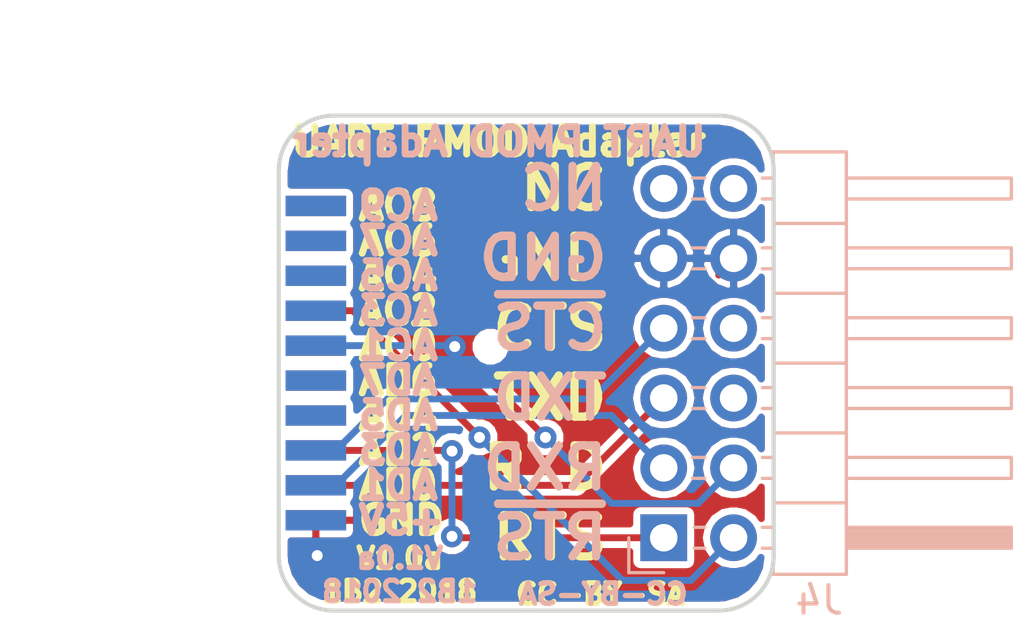
<source format=kicad_pcb>
(kicad_pcb (version 20171130) (host pcbnew 5.0.0-rc2-dev-unknown-c6ef0d5~62~ubuntu16.04.1)

  (general
    (thickness 0.8)
    (drawings 48)
    (tracks 36)
    (zones 0)
    (modules 2)
    (nets 25)
  )

  (page A4)
  (title_block
    (title "ftdi uart pmod adapter")
    (rev V1.0a)
    (company 1BitSquared)
    (comment 1 "2018 (C) 1BitSquared <info@1bitsquared.com>")
    (comment 2 "2018 (C) Piotr Esden-Tempski <piotr@esden.net>")
    (comment 3 "License: CC-BY-SA 4.0")
  )

  (layers
    (0 F.Cu signal)
    (31 B.Cu signal)
    (33 F.Adhes user)
    (34 B.Paste user)
    (35 F.Paste user)
    (36 B.SilkS user)
    (37 F.SilkS user)
    (38 B.Mask user)
    (39 F.Mask user)
    (40 Dwgs.User user)
    (44 Edge.Cuts user)
    (46 B.CrtYd user)
    (47 F.CrtYd user)
    (48 B.Fab user)
    (49 F.Fab user)
  )

  (setup
    (last_trace_width 0.25)
    (trace_clearance 0.2)
    (zone_clearance 0.25)
    (zone_45_only yes)
    (trace_min 0.2)
    (segment_width 0.15)
    (edge_width 0.15)
    (via_size 0.8)
    (via_drill 0.4)
    (via_min_size 0.4)
    (via_min_drill 0.3)
    (uvia_size 0.3)
    (uvia_drill 0.1)
    (uvias_allowed no)
    (uvia_min_size 0.2)
    (uvia_min_drill 0.1)
    (pcb_text_width 0.3)
    (pcb_text_size 1.5 1.5)
    (mod_edge_width 0.15)
    (mod_text_size 1 1)
    (mod_text_width 0.15)
    (pad_size 1.524 1.524)
    (pad_drill 0.762)
    (pad_to_mask_clearance 0.05)
    (aux_axis_origin 0 0)
    (grid_origin 44 44)
    (visible_elements FFFFFF7F)
    (pcbplotparams
      (layerselection 0x010fc_ffffffff)
      (usegerberextensions true)
      (usegerberattributes false)
      (usegerberadvancedattributes false)
      (creategerberjobfile false)
      (excludeedgelayer true)
      (linewidth 0.300000)
      (plotframeref false)
      (viasonmask false)
      (mode 1)
      (useauxorigin false)
      (hpglpennumber 1)
      (hpglpenspeed 20)
      (hpglpendiameter 15)
      (psnegative false)
      (psa4output false)
      (plotreference true)
      (plotvalue true)
      (plotinvisibletext false)
      (padsonsilk false)
      (subtractmaskfromsilk true)
      (outputformat 1)
      (mirror false)
      (drillshape 0)
      (scaleselection 1)
      (outputdirectory gerber))
  )

  (net 0 "")
  (net 1 GND)
  (net 2 +5V)
  (net 3 /RXD)
  (net 4 /~CTS)
  (net 5 /~DSR)
  (net 6 /~RI)
  (net 7 /TXD)
  (net 8 /~RTS)
  (net 9 /~DTR)
  (net 10 /~DCD)
  (net 11 /TXDEN)
  (net 12 /ACBUS2)
  (net 13 /~TXLED)
  (net 14 /ACBUS6)
  (net 15 /ACBUS8)
  (net 16 /ACBUS1)
  (net 17 /~RXLED)
  (net 18 /ACBUS5)
  (net 19 /ACBUS9)
  (net 20 /~PWRSAV)
  (net 21 "Net-(J4-Pad6)")
  (net 22 "Net-(J4-Pad8)")
  (net 23 "Net-(J4-Pad11)")
  (net 24 "Net-(J4-Pad12)")

  (net_class Default "This is the default net class."
    (clearance 0.2)
    (trace_width 0.25)
    (via_dia 0.8)
    (via_drill 0.4)
    (uvia_dia 0.3)
    (uvia_drill 0.1)
    (add_net +5V)
    (add_net /ACBUS1)
    (add_net /ACBUS2)
    (add_net /ACBUS5)
    (add_net /ACBUS6)
    (add_net /ACBUS8)
    (add_net /ACBUS9)
    (add_net /RXD)
    (add_net /TXD)
    (add_net /TXDEN)
    (add_net /~CTS)
    (add_net /~DCD)
    (add_net /~DSR)
    (add_net /~DTR)
    (add_net /~PWRSAV)
    (add_net /~RI)
    (add_net /~RTS)
    (add_net /~RXLED)
    (add_net /~TXLED)
    (add_net GND)
    (add_net "Net-(J4-Pad11)")
    (add_net "Net-(J4-Pad12)")
    (add_net "Net-(J4-Pad6)")
    (add_net "Net-(J4-Pad8)")
  )

  (module Connector_PinHeader_2.54mm:PinHeader_2x06_P2.54mm_Horizontal (layer B.Cu) (tedit 59FED5CB) (tstamp 5AADBDDF)
    (at 44 50.35)
    (descr "Through hole angled pin header, 2x06, 2.54mm pitch, 6mm pin length, double rows")
    (tags "Through hole angled pin header THT 2x06 2.54mm double row")
    (path /5AB98614)
    (fp_text reference J4 (at 5.655 2.27) (layer B.SilkS)
      (effects (font (size 1 1) (thickness 0.15)) (justify mirror))
    )
    (fp_text value PMOD (at 5.655 -14.97) (layer B.Fab)
      (effects (font (size 1 1) (thickness 0.15)) (justify mirror))
    )
    (fp_line (start 4.675 1.27) (end 6.58 1.27) (layer B.Fab) (width 0.1))
    (fp_line (start 6.58 1.27) (end 6.58 -13.97) (layer B.Fab) (width 0.1))
    (fp_line (start 6.58 -13.97) (end 4.04 -13.97) (layer B.Fab) (width 0.1))
    (fp_line (start 4.04 -13.97) (end 4.04 0.635) (layer B.Fab) (width 0.1))
    (fp_line (start 4.04 0.635) (end 4.675 1.27) (layer B.Fab) (width 0.1))
    (fp_line (start -0.32 0.32) (end 4.04 0.32) (layer B.Fab) (width 0.1))
    (fp_line (start -0.32 0.32) (end -0.32 -0.32) (layer B.Fab) (width 0.1))
    (fp_line (start -0.32 -0.32) (end 4.04 -0.32) (layer B.Fab) (width 0.1))
    (fp_line (start 6.58 0.32) (end 12.58 0.32) (layer B.Fab) (width 0.1))
    (fp_line (start 12.58 0.32) (end 12.58 -0.32) (layer B.Fab) (width 0.1))
    (fp_line (start 6.58 -0.32) (end 12.58 -0.32) (layer B.Fab) (width 0.1))
    (fp_line (start -0.32 -2.22) (end 4.04 -2.22) (layer B.Fab) (width 0.1))
    (fp_line (start -0.32 -2.22) (end -0.32 -2.86) (layer B.Fab) (width 0.1))
    (fp_line (start -0.32 -2.86) (end 4.04 -2.86) (layer B.Fab) (width 0.1))
    (fp_line (start 6.58 -2.22) (end 12.58 -2.22) (layer B.Fab) (width 0.1))
    (fp_line (start 12.58 -2.22) (end 12.58 -2.86) (layer B.Fab) (width 0.1))
    (fp_line (start 6.58 -2.86) (end 12.58 -2.86) (layer B.Fab) (width 0.1))
    (fp_line (start -0.32 -4.76) (end 4.04 -4.76) (layer B.Fab) (width 0.1))
    (fp_line (start -0.32 -4.76) (end -0.32 -5.4) (layer B.Fab) (width 0.1))
    (fp_line (start -0.32 -5.4) (end 4.04 -5.4) (layer B.Fab) (width 0.1))
    (fp_line (start 6.58 -4.76) (end 12.58 -4.76) (layer B.Fab) (width 0.1))
    (fp_line (start 12.58 -4.76) (end 12.58 -5.4) (layer B.Fab) (width 0.1))
    (fp_line (start 6.58 -5.4) (end 12.58 -5.4) (layer B.Fab) (width 0.1))
    (fp_line (start -0.32 -7.3) (end 4.04 -7.3) (layer B.Fab) (width 0.1))
    (fp_line (start -0.32 -7.3) (end -0.32 -7.94) (layer B.Fab) (width 0.1))
    (fp_line (start -0.32 -7.94) (end 4.04 -7.94) (layer B.Fab) (width 0.1))
    (fp_line (start 6.58 -7.3) (end 12.58 -7.3) (layer B.Fab) (width 0.1))
    (fp_line (start 12.58 -7.3) (end 12.58 -7.94) (layer B.Fab) (width 0.1))
    (fp_line (start 6.58 -7.94) (end 12.58 -7.94) (layer B.Fab) (width 0.1))
    (fp_line (start -0.32 -9.84) (end 4.04 -9.84) (layer B.Fab) (width 0.1))
    (fp_line (start -0.32 -9.84) (end -0.32 -10.48) (layer B.Fab) (width 0.1))
    (fp_line (start -0.32 -10.48) (end 4.04 -10.48) (layer B.Fab) (width 0.1))
    (fp_line (start 6.58 -9.84) (end 12.58 -9.84) (layer B.Fab) (width 0.1))
    (fp_line (start 12.58 -9.84) (end 12.58 -10.48) (layer B.Fab) (width 0.1))
    (fp_line (start 6.58 -10.48) (end 12.58 -10.48) (layer B.Fab) (width 0.1))
    (fp_line (start -0.32 -12.38) (end 4.04 -12.38) (layer B.Fab) (width 0.1))
    (fp_line (start -0.32 -12.38) (end -0.32 -13.02) (layer B.Fab) (width 0.1))
    (fp_line (start -0.32 -13.02) (end 4.04 -13.02) (layer B.Fab) (width 0.1))
    (fp_line (start 6.58 -12.38) (end 12.58 -12.38) (layer B.Fab) (width 0.1))
    (fp_line (start 12.58 -12.38) (end 12.58 -13.02) (layer B.Fab) (width 0.1))
    (fp_line (start 6.58 -13.02) (end 12.58 -13.02) (layer B.Fab) (width 0.1))
    (fp_line (start 3.98 1.33) (end 3.98 -14.03) (layer B.SilkS) (width 0.12))
    (fp_line (start 3.98 -14.03) (end 6.64 -14.03) (layer B.SilkS) (width 0.12))
    (fp_line (start 6.64 -14.03) (end 6.64 1.33) (layer B.SilkS) (width 0.12))
    (fp_line (start 6.64 1.33) (end 3.98 1.33) (layer B.SilkS) (width 0.12))
    (fp_line (start 6.64 0.38) (end 12.64 0.38) (layer B.SilkS) (width 0.12))
    (fp_line (start 12.64 0.38) (end 12.64 -0.38) (layer B.SilkS) (width 0.12))
    (fp_line (start 12.64 -0.38) (end 6.64 -0.38) (layer B.SilkS) (width 0.12))
    (fp_line (start 6.64 0.32) (end 12.64 0.32) (layer B.SilkS) (width 0.12))
    (fp_line (start 6.64 0.2) (end 12.64 0.2) (layer B.SilkS) (width 0.12))
    (fp_line (start 6.64 0.08) (end 12.64 0.08) (layer B.SilkS) (width 0.12))
    (fp_line (start 6.64 -0.04) (end 12.64 -0.04) (layer B.SilkS) (width 0.12))
    (fp_line (start 6.64 -0.16) (end 12.64 -0.16) (layer B.SilkS) (width 0.12))
    (fp_line (start 6.64 -0.28) (end 12.64 -0.28) (layer B.SilkS) (width 0.12))
    (fp_line (start 3.582929 0.38) (end 3.98 0.38) (layer B.SilkS) (width 0.12))
    (fp_line (start 3.582929 -0.38) (end 3.98 -0.38) (layer B.SilkS) (width 0.12))
    (fp_line (start 1.11 0.38) (end 1.497071 0.38) (layer B.SilkS) (width 0.12))
    (fp_line (start 1.11 -0.38) (end 1.497071 -0.38) (layer B.SilkS) (width 0.12))
    (fp_line (start 3.98 -1.27) (end 6.64 -1.27) (layer B.SilkS) (width 0.12))
    (fp_line (start 6.64 -2.16) (end 12.64 -2.16) (layer B.SilkS) (width 0.12))
    (fp_line (start 12.64 -2.16) (end 12.64 -2.92) (layer B.SilkS) (width 0.12))
    (fp_line (start 12.64 -2.92) (end 6.64 -2.92) (layer B.SilkS) (width 0.12))
    (fp_line (start 3.582929 -2.16) (end 3.98 -2.16) (layer B.SilkS) (width 0.12))
    (fp_line (start 3.582929 -2.92) (end 3.98 -2.92) (layer B.SilkS) (width 0.12))
    (fp_line (start 1.042929 -2.16) (end 1.497071 -2.16) (layer B.SilkS) (width 0.12))
    (fp_line (start 1.042929 -2.92) (end 1.497071 -2.92) (layer B.SilkS) (width 0.12))
    (fp_line (start 3.98 -3.81) (end 6.64 -3.81) (layer B.SilkS) (width 0.12))
    (fp_line (start 6.64 -4.7) (end 12.64 -4.7) (layer B.SilkS) (width 0.12))
    (fp_line (start 12.64 -4.7) (end 12.64 -5.46) (layer B.SilkS) (width 0.12))
    (fp_line (start 12.64 -5.46) (end 6.64 -5.46) (layer B.SilkS) (width 0.12))
    (fp_line (start 3.582929 -4.7) (end 3.98 -4.7) (layer B.SilkS) (width 0.12))
    (fp_line (start 3.582929 -5.46) (end 3.98 -5.46) (layer B.SilkS) (width 0.12))
    (fp_line (start 1.042929 -4.7) (end 1.497071 -4.7) (layer B.SilkS) (width 0.12))
    (fp_line (start 1.042929 -5.46) (end 1.497071 -5.46) (layer B.SilkS) (width 0.12))
    (fp_line (start 3.98 -6.35) (end 6.64 -6.35) (layer B.SilkS) (width 0.12))
    (fp_line (start 6.64 -7.24) (end 12.64 -7.24) (layer B.SilkS) (width 0.12))
    (fp_line (start 12.64 -7.24) (end 12.64 -8) (layer B.SilkS) (width 0.12))
    (fp_line (start 12.64 -8) (end 6.64 -8) (layer B.SilkS) (width 0.12))
    (fp_line (start 3.582929 -7.24) (end 3.98 -7.24) (layer B.SilkS) (width 0.12))
    (fp_line (start 3.582929 -8) (end 3.98 -8) (layer B.SilkS) (width 0.12))
    (fp_line (start 1.042929 -7.24) (end 1.497071 -7.24) (layer B.SilkS) (width 0.12))
    (fp_line (start 1.042929 -8) (end 1.497071 -8) (layer B.SilkS) (width 0.12))
    (fp_line (start 3.98 -8.89) (end 6.64 -8.89) (layer B.SilkS) (width 0.12))
    (fp_line (start 6.64 -9.78) (end 12.64 -9.78) (layer B.SilkS) (width 0.12))
    (fp_line (start 12.64 -9.78) (end 12.64 -10.54) (layer B.SilkS) (width 0.12))
    (fp_line (start 12.64 -10.54) (end 6.64 -10.54) (layer B.SilkS) (width 0.12))
    (fp_line (start 3.582929 -9.78) (end 3.98 -9.78) (layer B.SilkS) (width 0.12))
    (fp_line (start 3.582929 -10.54) (end 3.98 -10.54) (layer B.SilkS) (width 0.12))
    (fp_line (start 1.042929 -9.78) (end 1.497071 -9.78) (layer B.SilkS) (width 0.12))
    (fp_line (start 1.042929 -10.54) (end 1.497071 -10.54) (layer B.SilkS) (width 0.12))
    (fp_line (start 3.98 -11.43) (end 6.64 -11.43) (layer B.SilkS) (width 0.12))
    (fp_line (start 6.64 -12.32) (end 12.64 -12.32) (layer B.SilkS) (width 0.12))
    (fp_line (start 12.64 -12.32) (end 12.64 -13.08) (layer B.SilkS) (width 0.12))
    (fp_line (start 12.64 -13.08) (end 6.64 -13.08) (layer B.SilkS) (width 0.12))
    (fp_line (start 3.582929 -12.32) (end 3.98 -12.32) (layer B.SilkS) (width 0.12))
    (fp_line (start 3.582929 -13.08) (end 3.98 -13.08) (layer B.SilkS) (width 0.12))
    (fp_line (start 1.042929 -12.32) (end 1.497071 -12.32) (layer B.SilkS) (width 0.12))
    (fp_line (start 1.042929 -13.08) (end 1.497071 -13.08) (layer B.SilkS) (width 0.12))
    (fp_line (start -1.27 0) (end -1.27 1.27) (layer B.SilkS) (width 0.12))
    (fp_line (start -1.27 1.27) (end 0 1.27) (layer B.SilkS) (width 0.12))
    (fp_line (start -1.8 1.8) (end -1.8 -14.5) (layer B.CrtYd) (width 0.05))
    (fp_line (start -1.8 -14.5) (end 13.1 -14.5) (layer B.CrtYd) (width 0.05))
    (fp_line (start 13.1 -14.5) (end 13.1 1.8) (layer B.CrtYd) (width 0.05))
    (fp_line (start 13.1 1.8) (end -1.8 1.8) (layer B.CrtYd) (width 0.05))
    (fp_text user %R (at 5.31 -6.35 -90) (layer B.Fab)
      (effects (font (size 1 1) (thickness 0.15)) (justify mirror))
    )
    (pad 1 thru_hole rect (at 0 0) (size 1.7 1.7) (drill 1) (layers *.Cu *.Mask)
      (net 8 /~RTS))
    (pad 2 thru_hole oval (at 2.54 0) (size 1.7 1.7) (drill 1) (layers *.Cu *.Mask)
      (net 12 /ACBUS2))
    (pad 3 thru_hole oval (at 0 -2.54) (size 1.7 1.7) (drill 1) (layers *.Cu *.Mask)
      (net 3 /RXD))
    (pad 4 thru_hole oval (at 2.54 -2.54) (size 1.7 1.7) (drill 1) (layers *.Cu *.Mask)
      (net 16 /ACBUS1))
    (pad 5 thru_hole oval (at 0 -5.08) (size 1.7 1.7) (drill 1) (layers *.Cu *.Mask)
      (net 7 /TXD))
    (pad 6 thru_hole oval (at 2.54 -5.08) (size 1.7 1.7) (drill 1) (layers *.Cu *.Mask)
      (net 21 "Net-(J4-Pad6)"))
    (pad 7 thru_hole oval (at 0 -7.62) (size 1.7 1.7) (drill 1) (layers *.Cu *.Mask)
      (net 4 /~CTS))
    (pad 8 thru_hole oval (at 2.54 -7.62) (size 1.7 1.7) (drill 1) (layers *.Cu *.Mask)
      (net 22 "Net-(J4-Pad8)"))
    (pad 9 thru_hole oval (at 0 -10.16) (size 1.7 1.7) (drill 1) (layers *.Cu *.Mask)
      (net 1 GND))
    (pad 10 thru_hole oval (at 2.54 -10.16) (size 1.7 1.7) (drill 1) (layers *.Cu *.Mask)
      (net 1 GND))
    (pad 11 thru_hole oval (at 0 -12.7) (size 1.7 1.7) (drill 1) (layers *.Cu *.Mask)
      (net 23 "Net-(J4-Pad11)"))
    (pad 12 thru_hole oval (at 2.54 -12.7) (size 1.7 1.7) (drill 1) (layers *.Cu *.Mask)
      (net 24 "Net-(J4-Pad12)"))
    (model ${KISYS3DMOD}/Connector_PinHeader_2.54mm.3dshapes/PinHeader_2x06_P2.54mm_Horizontal.wrl
      (at (xyz 0 0 0))
      (scale (xyz 1 1 1))
      (rotate (xyz 0 0 0))
    )
  )

  (module pkl_samtec:FTSH-EDGE-20pin (layer B.Cu) (tedit 5AA86B70) (tstamp 5AABA328)
    (at 30 44 90)
    (path /5BD3E874)
    (fp_text reference J1 (at 5.3 -0.9 90) (layer B.Fab)
      (effects (font (size 1 1) (thickness 0.15)) (justify mirror))
    )
    (fp_text value Conn (at -4.4 -0.9 90) (layer B.Fab)
      (effects (font (size 1 1) (thickness 0.15)) (justify mirror))
    )
    (fp_line (start -3.175 0.203) (end -3.175 1.894) (layer F.Fab) (width 0.406))
    (fp_line (start 6.35 0) (end 6.35 -0.5) (layer B.Fab) (width 0.1))
    (fp_line (start -6.35 0) (end -6.35 -0.5) (layer B.Fab) (width 0.1))
    (fp_line (start -6.35 0) (end 6.35 0) (layer B.Fab) (width 0.1))
    (fp_line (start -6.35 0) (end 6.35 0) (layer F.Fab) (width 0.1))
    (fp_line (start -6.35 0) (end -6.35 -0.5) (layer F.Fab) (width 0.1))
    (fp_line (start 6.35 0) (end 6.35 -0.5) (layer F.Fab) (width 0.1))
    (fp_line (start -4.445 0.203) (end -4.445 1.894) (layer F.Fab) (width 0.406))
    (fp_line (start -5.715 0.203) (end -5.715 1.894) (layer F.Fab) (width 0.406))
    (fp_line (start -1.905 0.203) (end -1.905 1.894) (layer F.Fab) (width 0.406))
    (fp_line (start -0.635 0.203) (end -0.635 1.894) (layer F.Fab) (width 0.406))
    (fp_line (start -5.715 0.203) (end -5.715 1.894) (layer B.Fab) (width 0.406))
    (fp_line (start -4.445 0.203) (end -4.445 1.894) (layer B.Fab) (width 0.406))
    (fp_line (start -3.175 0.203) (end -3.175 1.894) (layer B.Fab) (width 0.406))
    (fp_line (start -1.905 0.203) (end -1.905 1.894) (layer B.Fab) (width 0.406))
    (fp_line (start -0.635 0.203) (end -0.635 1.894) (layer B.Fab) (width 0.406))
    (fp_line (start 0.635 0.203) (end 0.635 1.894) (layer F.Fab) (width 0.406))
    (fp_line (start 1.905 0.203) (end 1.905 1.894) (layer F.Fab) (width 0.406))
    (fp_line (start 3.175 0.203) (end 3.175 1.894) (layer F.Fab) (width 0.406))
    (fp_line (start 4.445 0.203) (end 4.445 1.894) (layer F.Fab) (width 0.406))
    (fp_line (start 5.715 0.203) (end 5.715 1.894) (layer F.Fab) (width 0.406))
    (fp_line (start 0.635 0.203) (end 0.635 1.894) (layer B.Fab) (width 0.406))
    (fp_line (start 1.905 0.203) (end 1.905 1.894) (layer B.Fab) (width 0.406))
    (fp_line (start 3.175 0.203) (end 3.175 1.894) (layer B.Fab) (width 0.406))
    (fp_line (start 4.445 0.203) (end 4.445 1.894) (layer B.Fab) (width 0.406))
    (fp_line (start 5.715 0.203) (end 5.715 1.894) (layer B.Fab) (width 0.406))
    (pad 1 smd rect (at -5.715 1.35 90) (size 0.74 2.2) (layers B.Cu B.Paste B.Mask)
      (net 2 +5V))
    (pad 2 smd rect (at -5.715 1.35 90) (size 0.74 2.2) (layers F.Cu F.Paste F.Mask)
      (net 1 GND))
    (pad 3 smd rect (at -4.445 1.35 90) (size 0.74 2.2) (layers B.Cu B.Paste B.Mask)
      (net 3 /RXD))
    (pad 5 smd rect (at -3.175 1.35 90) (size 0.74 2.2) (layers B.Cu B.Paste B.Mask)
      (net 4 /~CTS))
    (pad 7 smd rect (at -1.905 1.35 90) (size 0.74 2.2) (layers B.Cu B.Paste B.Mask)
      (net 5 /~DSR))
    (pad 9 smd rect (at -0.635 1.35 90) (size 0.74 2.2) (layers B.Cu B.Paste B.Mask)
      (net 6 /~RI))
    (pad 4 smd rect (at -4.445 1.35 90) (size 0.74 2.2) (layers F.Cu F.Paste F.Mask)
      (net 7 /TXD))
    (pad 6 smd rect (at -3.175 1.35 90) (size 0.74 2.2) (layers F.Cu F.Paste F.Mask)
      (net 8 /~RTS))
    (pad 8 smd rect (at -1.905 1.35 90) (size 0.74 2.2) (layers F.Cu F.Paste F.Mask)
      (net 9 /~DTR))
    (pad 10 smd rect (at -0.635 1.35 90) (size 0.74 2.2) (layers F.Cu F.Paste F.Mask)
      (net 10 /~DCD))
    (pad 12 smd rect (at 0.635 1.35 90) (size 0.74 2.2) (layers F.Cu F.Paste F.Mask)
      (net 11 /TXDEN))
    (pad 14 smd rect (at 1.905 1.35 90) (size 0.74 2.2) (layers F.Cu F.Paste F.Mask)
      (net 12 /ACBUS2))
    (pad 16 smd rect (at 3.175 1.35 90) (size 0.74 2.2) (layers F.Cu F.Paste F.Mask)
      (net 13 /~TXLED))
    (pad 18 smd rect (at 4.445 1.35 90) (size 0.74 2.2) (layers F.Cu F.Paste F.Mask)
      (net 14 /ACBUS6))
    (pad 20 smd rect (at 5.715 1.35 90) (size 0.74 2.2) (layers F.Cu F.Paste F.Mask)
      (net 15 /ACBUS8))
    (pad 11 smd rect (at 0.635 1.35 90) (size 0.74 2.2) (layers B.Cu B.Paste B.Mask)
      (net 16 /ACBUS1))
    (pad 13 smd rect (at 1.905 1.35 90) (size 0.74 2.2) (layers B.Cu B.Paste B.Mask)
      (net 17 /~RXLED))
    (pad 15 smd rect (at 3.175 1.35 90) (size 0.74 2.2) (layers B.Cu B.Paste B.Mask)
      (net 18 /ACBUS5))
    (pad 17 smd rect (at 4.445 1.35 90) (size 0.74 2.2) (layers B.Cu B.Paste B.Mask)
      (net 20 /~PWRSAV))
    (pad 19 smd rect (at 5.715 1.35 90) (size 0.74 2.2) (layers B.Cu B.Paste B.Mask)
      (net 19 /ACBUS9))
  )

  (gr_text NC (at 42.095 37.65) (layer F.SilkS) (tstamp 5AAD9971)
    (effects (font (size 1.5 1.5) (thickness 0.3)) (justify right))
  )
  (gr_text NC (at 42.095 37.65) (layer B.SilkS) (tstamp 5AAD996E)
    (effects (font (size 1.5 1.5) (thickness 0.3)) (justify left mirror))
  )
  (gr_text RXD (at 42.095 47.81) (layer B.SilkS) (tstamp 5AAD994F)
    (effects (font (size 1.5 1.5) (thickness 0.3)) (justify left mirror))
  )
  (gr_text ~RTS (at 42.095 50.35) (layer B.SilkS) (tstamp 5AAD97E5)
    (effects (font (size 1.5 1.5) (thickness 0.3)) (justify left mirror))
  )
  (gr_text TXD (at 42.095 45.27) (layer B.SilkS) (tstamp 5AAD97CE)
    (effects (font (size 1.5 1.5) (thickness 0.3)) (justify left mirror))
  )
  (gr_text ~CTS (at 42.095 42.73) (layer B.SilkS) (tstamp 5AAC5EB3)
    (effects (font (size 1.5 1.5) (thickness 0.3)) (justify left mirror))
  )
  (dimension 16 (width 0.3) (layer Dwgs.User)
    (gr_text "16.000 mm" (at 38 32.65) (layer Dwgs.User)
      (effects (font (size 1.5 1.5) (thickness 0.3)))
    )
    (feature1 (pts (xy 46 37) (xy 46 31.3)))
    (feature2 (pts (xy 30 37) (xy 30 31.3)))
    (crossbar (pts (xy 30 34) (xy 46 34)))
    (arrow1a (pts (xy 46 34) (xy 44.873496 34.586421)))
    (arrow1b (pts (xy 46 34) (xy 44.873496 33.413579)))
    (arrow2a (pts (xy 30 34) (xy 31.126504 34.586421)))
    (arrow2b (pts (xy 30 34) (xy 31.126504 33.413579)))
  )
  (dimension 18 (width 0.3) (layer Dwgs.User)
    (gr_text "18.000 mm" (at 26.15 44 90) (layer Dwgs.User)
      (effects (font (size 1.5 1.5) (thickness 0.3)))
    )
    (feature1 (pts (xy 32 35) (xy 24.8 35)))
    (feature2 (pts (xy 32 53) (xy 24.8 53)))
    (crossbar (pts (xy 27.5 53) (xy 27.5 35)))
    (arrow1a (pts (xy 27.5 35) (xy 28.086421 36.126504)))
    (arrow1b (pts (xy 27.5 35) (xy 26.913579 36.126504)))
    (arrow2a (pts (xy 27.5 53) (xy 28.086421 51.873496)))
    (arrow2b (pts (xy 27.5 53) (xy 26.913579 51.873496)))
  )
  (gr_text GND (at 42.095 40.19) (layer B.SilkS) (tstamp 5AAC5E9A)
    (effects (font (size 1.5 1.5) (thickness 0.3)) (justify left mirror))
  )
  (gr_text GND (at 42.095 40.19) (layer F.SilkS) (tstamp 5AAC5E97)
    (effects (font (size 1.5 1.5) (thickness 0.3)) (justify right))
  )
  (gr_text ~CTS (at 42.095 42.73) (layer F.SilkS) (tstamp 5AAC5EB0)
    (effects (font (size 1.5 1.5) (thickness 0.3)) (justify right))
  )
  (gr_text TXD (at 42.095 45.27) (layer F.SilkS) (tstamp 5AAD95D5)
    (effects (font (size 1.5 1.5) (thickness 0.3)) (justify right))
  )
  (gr_text ~RTS (at 42.095 50.35) (layer F.SilkS) (tstamp 5AAD941E)
    (effects (font (size 1.5 1.5) (thickness 0.3)) (justify right))
  )
  (gr_text RXD (at 42.095 47.81) (layer F.SilkS) (tstamp 5AAD994C)
    (effects (font (size 1.5 1.5) (thickness 0.3)) (justify right))
  )
  (gr_text CC-BY-SA (at 41.8 52.4) (layer B.SilkS) (tstamp 5AABB431)
    (effects (font (size 0.75 0.75) (thickness 0.1875)) (justify mirror))
  )
  (gr_text CC-BY-SA (at 41.7 52.4) (layer F.SilkS) (tstamp 5AABB42B)
    (effects (font (size 0.75 0.75) (thickness 0.1875)))
  )
  (gr_text "V1.0a\n1B2 2018" (at 34.4 51.7) (layer F.SilkS) (tstamp 5AABB427)
    (effects (font (size 0.75 0.75) (thickness 0.1875)))
  )
  (gr_text "V1.0a\n1B2 2018" (at 34.4 51.7) (layer B.SilkS) (tstamp 5AABB423)
    (effects (font (size 0.75 0.75) (thickness 0.1875)) (justify mirror))
  )
  (gr_text "UART PMOD Adapter" (at 38 35.95) (layer B.SilkS) (tstamp 5AAD9945)
    (effects (font (size 1 1) (thickness 0.25)) (justify mirror))
  )
  (gr_text "UART PMOD Adapter" (at 38 35.95) (layer F.SilkS)
    (effects (font (size 1 1) (thickness 0.25)))
  )
  (gr_arc (start 32 51) (end 30 51) (angle -90) (layer Edge.Cuts) (width 0.15))
  (gr_arc (start 46 51) (end 46 53) (angle -90) (layer Edge.Cuts) (width 0.15))
  (gr_arc (start 46 37) (end 48 37) (angle -90) (layer Edge.Cuts) (width 0.15))
  (gr_arc (start 32 37) (end 32 35) (angle -90) (layer Edge.Cuts) (width 0.15))
  (gr_text +5V (at 32.775 49.715) (layer B.SilkS) (tstamp 5AABAF9D)
    (effects (font (size 1 1) (thickness 0.25)) (justify right mirror))
  )
  (gr_text AD1 (at 32.775 48.445) (layer B.SilkS) (tstamp 5AABAF99)
    (effects (font (size 1 1) (thickness 0.25)) (justify right mirror))
  )
  (gr_text AD3 (at 32.775 47.175) (layer B.SilkS) (tstamp 5AABAF95)
    (effects (font (size 1 1) (thickness 0.25)) (justify right mirror))
  )
  (gr_text AD5 (at 32.775 45.905) (layer B.SilkS) (tstamp 5AABAF91)
    (effects (font (size 1 1) (thickness 0.25)) (justify right mirror))
  )
  (gr_text AD7 (at 32.775 44.635) (layer B.SilkS) (tstamp 5AABAF8D)
    (effects (font (size 1 1) (thickness 0.25)) (justify right mirror))
  )
  (gr_text AC1 (at 32.775 43.365) (layer B.SilkS) (tstamp 5AABAF89)
    (effects (font (size 1 1) (thickness 0.25)) (justify right mirror))
  )
  (gr_text AC3 (at 32.775 42.095) (layer B.SilkS) (tstamp 5AABAF85)
    (effects (font (size 1 1) (thickness 0.25)) (justify right mirror))
  )
  (gr_text AC5 (at 32.775 40.825) (layer B.SilkS) (tstamp 5AABAF81)
    (effects (font (size 1 1) (thickness 0.25)) (justify right mirror))
  )
  (gr_text AC7 (at 32.775 39.555) (layer B.SilkS) (tstamp 5AABAF7D)
    (effects (font (size 1 1) (thickness 0.25)) (justify right mirror))
  )
  (gr_text AC9 (at 32.775 38.285) (layer B.SilkS) (tstamp 5AABAF78)
    (effects (font (size 1 1) (thickness 0.25)) (justify right mirror))
  )
  (gr_text AC8 (at 32.775 38.285) (layer F.SilkS) (tstamp 5AABAF6D)
    (effects (font (size 1 1) (thickness 0.25)) (justify left))
  )
  (gr_text AC6 (at 32.775 39.555) (layer F.SilkS) (tstamp 5AABAF6B)
    (effects (font (size 1 1) (thickness 0.25)) (justify left))
  )
  (gr_text AC4 (at 32.775 40.825) (layer F.SilkS) (tstamp 5AABAF68)
    (effects (font (size 1 1) (thickness 0.25)) (justify left))
  )
  (gr_text AC2 (at 32.775 42.095) (layer F.SilkS) (tstamp 5AABAF63)
    (effects (font (size 1 1) (thickness 0.25)) (justify left))
  )
  (gr_text AC0 (at 32.775 43.365) (layer F.SilkS) (tstamp 5AABAF5E)
    (effects (font (size 1 1) (thickness 0.25)) (justify left))
  )
  (gr_text AD6 (at 32.775 44.635) (layer F.SilkS) (tstamp 5AABAF59)
    (effects (font (size 1 1) (thickness 0.25)) (justify left))
  )
  (gr_text AD4 (at 32.775 45.905) (layer F.SilkS) (tstamp 5AABAF55)
    (effects (font (size 1 1) (thickness 0.25)) (justify left))
  )
  (gr_text AD2 (at 32.775 47.175) (layer F.SilkS) (tstamp 5AABAF51)
    (effects (font (size 1 1) (thickness 0.25)) (justify left))
  )
  (gr_text AD0 (at 32.775 48.445) (layer F.SilkS) (tstamp 5AABAF4D)
    (effects (font (size 1 1) (thickness 0.25)) (justify left))
  )
  (gr_text GND (at 32.775 49.715) (layer F.SilkS) (tstamp 5AABABE1)
    (effects (font (size 1 1) (thickness 0.25)) (justify left))
  )
  (gr_line (start 30 51) (end 30 37) (layer Edge.Cuts) (width 0.15))
  (gr_line (start 46 53) (end 32 53) (layer Edge.Cuts) (width 0.15))
  (gr_line (start 48 37) (end 48 51) (layer Edge.Cuts) (width 0.15))
  (gr_line (start 32 35) (end 46 35) (layer Edge.Cuts) (width 0.15))

  (via (at 31.4 51) (size 0.8) (drill 0.4) (layers F.Cu B.Cu) (net 1))
  (segment (start 46 40.19) (end 46 40.8) (width 0.25) (layer F.Cu) (net 1))
  (segment (start 34.62 45.905) (end 42.095 45.905) (width 0.25) (layer B.Cu) (net 3))
  (segment (start 42.095 45.905) (end 44 47.81) (width 0.25) (layer B.Cu) (net 3))
  (segment (start 31.35 48.445) (end 32.08 48.445) (width 0.25) (layer B.Cu) (net 3))
  (segment (start 32.08 48.445) (end 34.62 45.905) (width 0.25) (layer B.Cu) (net 3))
  (segment (start 33.955 45.3) (end 41.4 45.3) (width 0.25) (layer B.Cu) (net 4))
  (segment (start 31.35 47.175) (end 32.08 47.175) (width 0.25) (layer B.Cu) (net 4))
  (segment (start 32.08 47.175) (end 33.955 45.3) (width 0.25) (layer B.Cu) (net 4))
  (segment (start 41.4 45.3) (end 43.97 42.73) (width 0.25) (layer B.Cu) (net 4))
  (segment (start 43.97 42.73) (end 44 42.73) (width 0.25) (layer B.Cu) (net 4))
  (segment (start 31.35 48.445) (end 40.825 48.445) (width 0.25) (layer F.Cu) (net 7))
  (segment (start 40.825 48.445) (end 44 45.27) (width 0.25) (layer F.Cu) (net 7))
  (segment (start 36.300002 47.200002) (end 36.3 47.2) (width 0.25) (layer B.Cu) (net 8))
  (via (at 36.3 47.2) (size 0.8) (drill 0.4) (layers F.Cu B.Cu) (net 8))
  (segment (start 31.35 47.175) (end 36.275 47.175) (width 0.25) (layer F.Cu) (net 8))
  (segment (start 36.300002 50.3) (end 36.300002 47.200002) (width 0.25) (layer B.Cu) (net 8))
  (segment (start 36.275 47.175) (end 36.3 47.2) (width 0.25) (layer F.Cu) (net 8))
  (segment (start 44 50.35) (end 36.350002 50.35) (width 0.25) (layer F.Cu) (net 8))
  (segment (start 36.350002 50.35) (end 36.300002 50.3) (width 0.25) (layer F.Cu) (net 8))
  (via (at 36.300002 50.3) (size 0.8) (drill 0.4) (layers F.Cu B.Cu) (net 8))
  (segment (start 37.3 46.7) (end 42.5 51.9) (width 0.25) (layer B.Cu) (net 12))
  (segment (start 42.5 51.9) (end 44.99 51.9) (width 0.25) (layer B.Cu) (net 12))
  (segment (start 44.99 51.9) (end 46.54 50.35) (width 0.25) (layer B.Cu) (net 12))
  (segment (start 31.35 42.095) (end 32.7 42.095) (width 0.25) (layer F.Cu) (net 12))
  (segment (start 32.7 42.095) (end 37.3 46.695) (width 0.25) (layer F.Cu) (net 12))
  (segment (start 37.3 46.695) (end 37.3 46.7) (width 0.25) (layer F.Cu) (net 12))
  (via (at 37.3 46.7) (size 0.8) (drill 0.4) (layers F.Cu B.Cu) (net 12))
  (segment (start 31.35 43.365) (end 36.365 43.365) (width 0.25) (layer B.Cu) (net 16))
  (segment (start 39.7 46.7) (end 36.4 43.4) (width 0.25) (layer F.Cu) (net 16))
  (segment (start 36.365 43.365) (end 36.4 43.4) (width 0.25) (layer B.Cu) (net 16))
  (via (at 36.4 43.4) (size 0.8) (drill 0.4) (layers F.Cu B.Cu) (net 16))
  (segment (start 46.54 47.81) (end 45.25 49.1) (width 0.25) (layer B.Cu) (net 16))
  (via (at 39.7 46.7) (size 0.8) (drill 0.4) (layers F.Cu B.Cu) (net 16))
  (segment (start 45.25 49.1) (end 42.1 49.1) (width 0.25) (layer B.Cu) (net 16))
  (segment (start 42.1 49.1) (end 39.7 46.7) (width 0.25) (layer B.Cu) (net 16))

  (zone (net 1) (net_name GND) (layer F.Cu) (tstamp 0) (hatch edge 0.508)
    (connect_pads (clearance 0.25))
    (min_thickness 0.25)
    (fill yes (arc_segments 16) (thermal_gap 0.25) (thermal_bridge_width 0.26))
    (polygon
      (pts
        (xy 30 35) (xy 48 35) (xy 48.1 53) (xy 30 53)
      )
    )
    (filled_polygon
      (pts
        (xy 46.433745 35.516708) (xy 46.832621 35.698066) (xy 47.164564 35.984087) (xy 47.402887 36.351776) (xy 47.532892 36.78648)
        (xy 47.544977 36.949113) (xy 47.423176 36.766824) (xy 47.017971 36.496075) (xy 46.660652 36.425) (xy 46.419348 36.425)
        (xy 46.062029 36.496075) (xy 45.656824 36.766824) (xy 45.386075 37.172029) (xy 45.291001 37.65) (xy 45.386075 38.127971)
        (xy 45.656824 38.533176) (xy 46.062029 38.803925) (xy 46.419348 38.875) (xy 46.660652 38.875) (xy 47.017971 38.803925)
        (xy 47.423176 38.533176) (xy 47.55 38.34337) (xy 47.55 39.509147) (xy 47.533977 39.474014) (xy 47.184319 39.148137)
        (xy 46.736569 38.980874) (xy 46.545 39.05876) (xy 46.545 40.185) (xy 46.565 40.185) (xy 46.565 40.195)
        (xy 46.545 40.195) (xy 46.545 41.32124) (xy 46.736569 41.399126) (xy 47.184319 41.231863) (xy 47.533977 40.905986)
        (xy 47.55 40.870852) (xy 47.55 42.03663) (xy 47.423176 41.846824) (xy 47.017971 41.576075) (xy 46.660652 41.505)
        (xy 46.419348 41.505) (xy 46.062029 41.576075) (xy 45.656824 41.846824) (xy 45.386075 42.252029) (xy 45.291001 42.73)
        (xy 45.386075 43.207971) (xy 45.656824 43.613176) (xy 46.062029 43.883925) (xy 46.419348 43.955) (xy 46.660652 43.955)
        (xy 47.017971 43.883925) (xy 47.423176 43.613176) (xy 47.55 43.42337) (xy 47.550001 44.576631) (xy 47.423176 44.386824)
        (xy 47.017971 44.116075) (xy 46.660652 44.045) (xy 46.419348 44.045) (xy 46.062029 44.116075) (xy 45.656824 44.386824)
        (xy 45.386075 44.792029) (xy 45.291001 45.27) (xy 45.386075 45.747971) (xy 45.656824 46.153176) (xy 46.062029 46.423925)
        (xy 46.419348 46.495) (xy 46.660652 46.495) (xy 47.017971 46.423925) (xy 47.423176 46.153176) (xy 47.550001 45.963369)
        (xy 47.550001 47.116631) (xy 47.423176 46.926824) (xy 47.017971 46.656075) (xy 46.660652 46.585) (xy 46.419348 46.585)
        (xy 46.062029 46.656075) (xy 45.656824 46.926824) (xy 45.386075 47.332029) (xy 45.291001 47.81) (xy 45.386075 48.287971)
        (xy 45.656824 48.693176) (xy 46.062029 48.963925) (xy 46.419348 49.035) (xy 46.660652 49.035) (xy 47.017971 48.963925)
        (xy 47.423176 48.693176) (xy 47.550001 48.503369) (xy 47.550001 49.656631) (xy 47.423176 49.466824) (xy 47.017971 49.196075)
        (xy 46.660652 49.125) (xy 46.419348 49.125) (xy 46.062029 49.196075) (xy 45.656824 49.466824) (xy 45.386075 49.872029)
        (xy 45.291001 50.35) (xy 45.386075 50.827971) (xy 45.656824 51.233176) (xy 46.062029 51.503925) (xy 46.419348 51.575)
        (xy 46.660652 51.575) (xy 47.017971 51.503925) (xy 47.423176 51.233176) (xy 47.536251 51.063947) (xy 47.483292 51.433746)
        (xy 47.301935 51.83262) (xy 47.015912 52.164565) (xy 46.648228 52.402886) (xy 46.21352 52.532892) (xy 45.983298 52.55)
        (xy 32.032058 52.55) (xy 31.566254 52.483292) (xy 31.16738 52.301935) (xy 30.835435 52.015912) (xy 30.597114 51.648228)
        (xy 30.467108 51.21352) (xy 30.45 50.983298) (xy 30.45 50.46) (xy 31.25125 50.46) (xy 31.345 50.36625)
        (xy 31.345 49.72) (xy 31.355 49.72) (xy 31.355 50.36625) (xy 31.44875 50.46) (xy 32.524592 50.46)
        (xy 32.662421 50.40291) (xy 32.76791 50.29742) (xy 32.825 50.159592) (xy 32.825 50.145843) (xy 35.525002 50.145843)
        (xy 35.525002 50.454157) (xy 35.642989 50.739002) (xy 35.861 50.957013) (xy 36.145845 51.075) (xy 36.454159 51.075)
        (xy 36.739004 50.957013) (xy 36.846017 50.85) (xy 42.767654 50.85) (xy 42.767654 51.2) (xy 42.796758 51.346317)
        (xy 42.879641 51.470359) (xy 43.003683 51.553242) (xy 43.15 51.582346) (xy 44.85 51.582346) (xy 44.996317 51.553242)
        (xy 45.120359 51.470359) (xy 45.203242 51.346317) (xy 45.232346 51.2) (xy 45.232346 49.5) (xy 45.203242 49.353683)
        (xy 45.120359 49.229641) (xy 44.996317 49.146758) (xy 44.85 49.117654) (xy 43.15 49.117654) (xy 43.003683 49.146758)
        (xy 42.879641 49.229641) (xy 42.796758 49.353683) (xy 42.767654 49.5) (xy 42.767654 49.85) (xy 36.946017 49.85)
        (xy 36.739004 49.642987) (xy 36.454159 49.525) (xy 36.145845 49.525) (xy 35.861 49.642987) (xy 35.642989 49.860998)
        (xy 35.525002 50.145843) (xy 32.825 50.145843) (xy 32.825 49.81375) (xy 32.73125 49.72) (xy 31.355 49.72)
        (xy 31.345 49.72) (xy 31.325 49.72) (xy 31.325 49.71) (xy 31.345 49.71) (xy 31.345 49.69)
        (xy 31.355 49.69) (xy 31.355 49.71) (xy 32.73125 49.71) (xy 32.825 49.61625) (xy 32.825 49.270408)
        (xy 32.76791 49.13258) (xy 32.720491 49.085161) (xy 32.803242 48.961317) (xy 32.806488 48.945) (xy 40.775759 48.945)
        (xy 40.825 48.954795) (xy 40.874241 48.945) (xy 40.874243 48.945) (xy 41.02009 48.915989) (xy 41.18548 48.80548)
        (xy 41.213377 48.763729) (xy 42.167106 47.81) (xy 42.751001 47.81) (xy 42.846075 48.287971) (xy 43.116824 48.693176)
        (xy 43.522029 48.963925) (xy 43.879348 49.035) (xy 44.120652 49.035) (xy 44.477971 48.963925) (xy 44.883176 48.693176)
        (xy 45.153925 48.287971) (xy 45.248999 47.81) (xy 45.153925 47.332029) (xy 44.883176 46.926824) (xy 44.477971 46.656075)
        (xy 44.120652 46.585) (xy 43.879348 46.585) (xy 43.522029 46.656075) (xy 43.116824 46.926824) (xy 42.846075 47.332029)
        (xy 42.751001 47.81) (xy 42.167106 47.81) (xy 43.548013 46.429094) (xy 43.879348 46.495) (xy 44.120652 46.495)
        (xy 44.477971 46.423925) (xy 44.883176 46.153176) (xy 45.153925 45.747971) (xy 45.248999 45.27) (xy 45.153925 44.792029)
        (xy 44.883176 44.386824) (xy 44.477971 44.116075) (xy 44.120652 44.045) (xy 43.879348 44.045) (xy 43.522029 44.116075)
        (xy 43.116824 44.386824) (xy 42.846075 44.792029) (xy 42.751001 45.27) (xy 42.840906 45.721987) (xy 40.617894 47.945)
        (xy 36.526583 47.945) (xy 36.739002 47.857013) (xy 36.957013 47.639002) (xy 37.04265 47.432256) (xy 37.145843 47.475)
        (xy 37.454157 47.475) (xy 37.739002 47.357013) (xy 37.957013 47.139002) (xy 38.075 46.854157) (xy 38.075 46.545843)
        (xy 37.957013 46.260998) (xy 37.739002 46.042987) (xy 37.454157 45.925) (xy 37.237107 45.925) (xy 34.55795 43.245843)
        (xy 36.925 43.245843) (xy 36.925 43.554157) (xy 37.042987 43.839002) (xy 37.2 43.996015) (xy 37.200001 44.650754)
        (xy 37.190205 44.7) (xy 37.226334 44.881627) (xy 37.229012 44.89509) (xy 37.339521 45.06048) (xy 37.381268 45.088374)
        (xy 38.925 46.632107) (xy 38.925 46.854157) (xy 39.042987 47.139002) (xy 39.260998 47.357013) (xy 39.545843 47.475)
        (xy 39.854157 47.475) (xy 40.139002 47.357013) (xy 40.357013 47.139002) (xy 40.475 46.854157) (xy 40.475 46.545843)
        (xy 40.357013 46.260998) (xy 40.139002 46.042987) (xy 39.854157 45.925) (xy 39.632107 45.925) (xy 38.2 44.492894)
        (xy 38.2 43.996015) (xy 38.357013 43.839002) (xy 38.475 43.554157) (xy 38.475 43.245843) (xy 38.357013 42.960998)
        (xy 38.139002 42.742987) (xy 38.107649 42.73) (xy 42.751001 42.73) (xy 42.846075 43.207971) (xy 43.116824 43.613176)
        (xy 43.522029 43.883925) (xy 43.879348 43.955) (xy 44.120652 43.955) (xy 44.477971 43.883925) (xy 44.883176 43.613176)
        (xy 45.153925 43.207971) (xy 45.248999 42.73) (xy 45.153925 42.252029) (xy 44.883176 41.846824) (xy 44.477971 41.576075)
        (xy 44.120652 41.505) (xy 43.879348 41.505) (xy 43.522029 41.576075) (xy 43.116824 41.846824) (xy 42.846075 42.252029)
        (xy 42.751001 42.73) (xy 38.107649 42.73) (xy 37.854157 42.625) (xy 37.545843 42.625) (xy 37.260998 42.742987)
        (xy 37.042987 42.960998) (xy 36.925 43.245843) (xy 34.55795 43.245843) (xy 33.088377 41.776271) (xy 33.06048 41.73452)
        (xy 32.89509 41.624011) (xy 32.808846 41.606856) (xy 32.803242 41.578683) (xy 32.72394 41.46) (xy 32.803242 41.341317)
        (xy 32.832346 41.195) (xy 32.832346 40.455) (xy 32.818735 40.386569) (xy 42.790874 40.386569) (xy 42.807689 40.471106)
        (xy 43.006023 40.905986) (xy 43.355681 41.231863) (xy 43.803431 41.399126) (xy 43.995 41.32124) (xy 43.995 40.195)
        (xy 44.005 40.195) (xy 44.005 41.32124) (xy 44.196569 41.399126) (xy 44.644319 41.231863) (xy 44.993977 40.905986)
        (xy 45.192311 40.471106) (xy 45.209126 40.386569) (xy 45.330874 40.386569) (xy 45.347689 40.471106) (xy 45.546023 40.905986)
        (xy 45.895681 41.231863) (xy 46.343431 41.399126) (xy 46.535 41.32124) (xy 46.535 40.195) (xy 45.408761 40.195)
        (xy 45.330874 40.386569) (xy 45.209126 40.386569) (xy 45.131239 40.195) (xy 44.005 40.195) (xy 43.995 40.195)
        (xy 42.868761 40.195) (xy 42.790874 40.386569) (xy 32.818735 40.386569) (xy 32.803242 40.308683) (xy 32.72394 40.19)
        (xy 32.803242 40.071317) (xy 32.818734 39.993431) (xy 42.790874 39.993431) (xy 42.868761 40.185) (xy 43.995 40.185)
        (xy 43.995 39.05876) (xy 44.005 39.05876) (xy 44.005 40.185) (xy 45.131239 40.185) (xy 45.209126 39.993431)
        (xy 45.330874 39.993431) (xy 45.408761 40.185) (xy 46.535 40.185) (xy 46.535 39.05876) (xy 46.343431 38.980874)
        (xy 45.895681 39.148137) (xy 45.546023 39.474014) (xy 45.347689 39.908894) (xy 45.330874 39.993431) (xy 45.209126 39.993431)
        (xy 45.192311 39.908894) (xy 44.993977 39.474014) (xy 44.644319 39.148137) (xy 44.196569 38.980874) (xy 44.005 39.05876)
        (xy 43.995 39.05876) (xy 43.803431 38.980874) (xy 43.355681 39.148137) (xy 43.006023 39.474014) (xy 42.807689 39.908894)
        (xy 42.790874 39.993431) (xy 32.818734 39.993431) (xy 32.832346 39.925) (xy 32.832346 39.185) (xy 32.803242 39.038683)
        (xy 32.72394 38.92) (xy 32.803242 38.801317) (xy 32.832346 38.655) (xy 32.832346 37.915) (xy 32.803242 37.768683)
        (xy 32.72394 37.65) (xy 42.751001 37.65) (xy 42.846075 38.127971) (xy 43.116824 38.533176) (xy 43.522029 38.803925)
        (xy 43.879348 38.875) (xy 44.120652 38.875) (xy 44.477971 38.803925) (xy 44.883176 38.533176) (xy 45.153925 38.127971)
        (xy 45.248999 37.65) (xy 45.153925 37.172029) (xy 44.883176 36.766824) (xy 44.477971 36.496075) (xy 44.120652 36.425)
        (xy 43.879348 36.425) (xy 43.522029 36.496075) (xy 43.116824 36.766824) (xy 42.846075 37.172029) (xy 42.751001 37.65)
        (xy 32.72394 37.65) (xy 32.720359 37.644641) (xy 32.596317 37.561758) (xy 32.45 37.532654) (xy 30.45 37.532654)
        (xy 30.45 37.032058) (xy 30.516708 36.566255) (xy 30.698066 36.167379) (xy 30.984087 35.835436) (xy 31.351776 35.597113)
        (xy 31.78648 35.467108) (xy 32.016702 35.45) (xy 45.967942 35.45)
      )
    )
  )
  (zone (net 1) (net_name GND) (layer B.Cu) (tstamp 5AABB530) (hatch edge 0.508)
    (connect_pads (clearance 0.25))
    (min_thickness 0.25)
    (fill yes (arc_segments 16) (thermal_gap 0.25) (thermal_bridge_width 0.26))
    (polygon
      (pts
        (xy 30 35) (xy 48 35) (xy 48.1 53) (xy 30 53)
      )
    )
    (filled_polygon
      (pts
        (xy 36.55735 46.467744) (xy 36.454157 46.425) (xy 36.145843 46.425) (xy 35.860998 46.542987) (xy 35.642987 46.760998)
        (xy 35.525 47.045843) (xy 35.525 47.354157) (xy 35.642987 47.639002) (xy 35.800003 47.796018) (xy 35.800002 49.703985)
        (xy 35.642989 49.860998) (xy 35.525002 50.145843) (xy 35.525002 50.454157) (xy 35.642989 50.739002) (xy 35.861 50.957013)
        (xy 36.145845 51.075) (xy 36.454159 51.075) (xy 36.739004 50.957013) (xy 36.957015 50.739002) (xy 37.075002 50.454157)
        (xy 37.075002 50.145843) (xy 36.957015 49.860998) (xy 36.800002 49.703985) (xy 36.800002 47.796013) (xy 36.957013 47.639002)
        (xy 37.04265 47.432256) (xy 37.145843 47.475) (xy 37.367894 47.475) (xy 42.111623 52.218729) (xy 42.13952 52.26048)
        (xy 42.296791 52.365564) (xy 42.30491 52.370989) (xy 42.5 52.409796) (xy 42.549246 52.4) (xy 44.940759 52.4)
        (xy 44.99 52.409795) (xy 45.039241 52.4) (xy 45.039243 52.4) (xy 45.18509 52.370989) (xy 45.35048 52.26048)
        (xy 45.378376 52.21873) (xy 46.088013 51.509094) (xy 46.419348 51.575) (xy 46.660652 51.575) (xy 47.017971 51.503925)
        (xy 47.423176 51.233176) (xy 47.536251 51.063947) (xy 47.483292 51.433746) (xy 47.301935 51.83262) (xy 47.015912 52.164565)
        (xy 46.648228 52.402886) (xy 46.21352 52.532892) (xy 45.983298 52.55) (xy 32.032058 52.55) (xy 31.566254 52.483292)
        (xy 31.16738 52.301935) (xy 30.835435 52.015912) (xy 30.597114 51.648228) (xy 30.467108 51.21352) (xy 30.45 50.983298)
        (xy 30.45 50.467346) (xy 32.45 50.467346) (xy 32.596317 50.438242) (xy 32.720359 50.355359) (xy 32.803242 50.231317)
        (xy 32.832346 50.085) (xy 32.832346 49.345) (xy 32.803242 49.198683) (xy 32.72394 49.08) (xy 32.803242 48.961317)
        (xy 32.832346 48.815) (xy 32.832346 48.39976) (xy 34.827107 46.405) (xy 36.583339 46.405)
      )
    )
    (filled_polygon
      (pts
        (xy 46.433745 35.516708) (xy 46.832621 35.698066) (xy 47.164564 35.984087) (xy 47.402887 36.351776) (xy 47.532892 36.78648)
        (xy 47.544977 36.949113) (xy 47.423176 36.766824) (xy 47.017971 36.496075) (xy 46.660652 36.425) (xy 46.419348 36.425)
        (xy 46.062029 36.496075) (xy 45.656824 36.766824) (xy 45.386075 37.172029) (xy 45.291001 37.65) (xy 45.386075 38.127971)
        (xy 45.656824 38.533176) (xy 46.062029 38.803925) (xy 46.419348 38.875) (xy 46.660652 38.875) (xy 47.017971 38.803925)
        (xy 47.423176 38.533176) (xy 47.55 38.34337) (xy 47.55 39.509147) (xy 47.533977 39.474014) (xy 47.184319 39.148137)
        (xy 46.736569 38.980874) (xy 46.545 39.05876) (xy 46.545 40.185) (xy 46.565 40.185) (xy 46.565 40.195)
        (xy 46.545 40.195) (xy 46.545 41.32124) (xy 46.736569 41.399126) (xy 47.184319 41.231863) (xy 47.533977 40.905986)
        (xy 47.55 40.870852) (xy 47.55 42.03663) (xy 47.423176 41.846824) (xy 47.017971 41.576075) (xy 46.660652 41.505)
        (xy 46.419348 41.505) (xy 46.062029 41.576075) (xy 45.656824 41.846824) (xy 45.386075 42.252029) (xy 45.291001 42.73)
        (xy 45.386075 43.207971) (xy 45.656824 43.613176) (xy 46.062029 43.883925) (xy 46.419348 43.955) (xy 46.660652 43.955)
        (xy 47.017971 43.883925) (xy 47.423176 43.613176) (xy 47.55 43.42337) (xy 47.550001 44.576631) (xy 47.423176 44.386824)
        (xy 47.017971 44.116075) (xy 46.660652 44.045) (xy 46.419348 44.045) (xy 46.062029 44.116075) (xy 45.656824 44.386824)
        (xy 45.386075 44.792029) (xy 45.291001 45.27) (xy 45.386075 45.747971) (xy 45.656824 46.153176) (xy 46.062029 46.423925)
        (xy 46.419348 46.495) (xy 46.660652 46.495) (xy 47.017971 46.423925) (xy 47.423176 46.153176) (xy 47.550001 45.963369)
        (xy 47.550001 47.116631) (xy 47.423176 46.926824) (xy 47.017971 46.656075) (xy 46.660652 46.585) (xy 46.419348 46.585)
        (xy 46.062029 46.656075) (xy 45.656824 46.926824) (xy 45.386075 47.332029) (xy 45.291001 47.81) (xy 45.380907 48.261987)
        (xy 45.042894 48.6) (xy 44.945434 48.6) (xy 45.153925 48.287971) (xy 45.248999 47.81) (xy 45.153925 47.332029)
        (xy 44.883176 46.926824) (xy 44.477971 46.656075) (xy 44.120652 46.585) (xy 43.879348 46.585) (xy 43.548013 46.650906)
        (xy 42.483376 45.58627) (xy 42.45548 45.54452) (xy 42.29009 45.434011) (xy 42.144243 45.405) (xy 42.144241 45.405)
        (xy 42.095 45.395205) (xy 42.045759 45.405) (xy 42.002106 45.405) (xy 42.137106 45.27) (xy 42.751001 45.27)
        (xy 42.846075 45.747971) (xy 43.116824 46.153176) (xy 43.522029 46.423925) (xy 43.879348 46.495) (xy 44.120652 46.495)
        (xy 44.477971 46.423925) (xy 44.883176 46.153176) (xy 45.153925 45.747971) (xy 45.248999 45.27) (xy 45.153925 44.792029)
        (xy 44.883176 44.386824) (xy 44.477971 44.116075) (xy 44.120652 44.045) (xy 43.879348 44.045) (xy 43.522029 44.116075)
        (xy 43.116824 44.386824) (xy 42.846075 44.792029) (xy 42.751001 45.27) (xy 42.137106 45.27) (xy 43.52299 43.884116)
        (xy 43.879348 43.955) (xy 44.120652 43.955) (xy 44.477971 43.883925) (xy 44.883176 43.613176) (xy 45.153925 43.207971)
        (xy 45.248999 42.73) (xy 45.153925 42.252029) (xy 44.883176 41.846824) (xy 44.477971 41.576075) (xy 44.120652 41.505)
        (xy 43.879348 41.505) (xy 43.522029 41.576075) (xy 43.116824 41.846824) (xy 42.846075 42.252029) (xy 42.751001 42.73)
        (xy 42.835929 43.156964) (xy 41.192894 44.8) (xy 34.00424 44.8) (xy 33.954999 44.790205) (xy 33.905758 44.8)
        (xy 33.905757 44.8) (xy 33.75991 44.829011) (xy 33.59452 44.93952) (xy 33.566626 44.981267) (xy 32.832346 45.715547)
        (xy 32.832346 45.535) (xy 32.803242 45.388683) (xy 32.72394 45.27) (xy 32.803242 45.151317) (xy 32.832346 45.005)
        (xy 32.832346 44.265) (xy 32.803242 44.118683) (xy 32.72394 44) (xy 32.803242 43.881317) (xy 32.806488 43.865)
        (xy 37.068985 43.865) (xy 37.260998 44.057013) (xy 37.545843 44.175) (xy 37.854157 44.175) (xy 38.139002 44.057013)
        (xy 38.357013 43.839002) (xy 38.475 43.554157) (xy 38.475 43.245843) (xy 38.357013 42.960998) (xy 38.139002 42.742987)
        (xy 37.854157 42.625) (xy 37.545843 42.625) (xy 37.260998 42.742987) (xy 37.138985 42.865) (xy 32.806488 42.865)
        (xy 32.803242 42.848683) (xy 32.72394 42.73) (xy 32.803242 42.611317) (xy 32.832346 42.465) (xy 32.832346 41.725)
        (xy 32.803242 41.578683) (xy 32.72394 41.46) (xy 32.803242 41.341317) (xy 32.832346 41.195) (xy 32.832346 40.455)
        (xy 32.818735 40.386569) (xy 42.790874 40.386569) (xy 42.807689 40.471106) (xy 43.006023 40.905986) (xy 43.355681 41.231863)
        (xy 43.803431 41.399126) (xy 43.995 41.32124) (xy 43.995 40.195) (xy 44.005 40.195) (xy 44.005 41.32124)
        (xy 44.196569 41.399126) (xy 44.644319 41.231863) (xy 44.993977 40.905986) (xy 45.192311 40.471106) (xy 45.209126 40.386569)
        (xy 45.330874 40.386569) (xy 45.347689 40.471106) (xy 45.546023 40.905986) (xy 45.895681 41.231863) (xy 46.343431 41.399126)
        (xy 46.535 41.32124) (xy 46.535 40.195) (xy 45.408761 40.195) (xy 45.330874 40.386569) (xy 45.209126 40.386569)
        (xy 45.131239 40.195) (xy 44.005 40.195) (xy 43.995 40.195) (xy 42.868761 40.195) (xy 42.790874 40.386569)
        (xy 32.818735 40.386569) (xy 32.803242 40.308683) (xy 32.72394 40.19) (xy 32.803242 40.071317) (xy 32.818734 39.993431)
        (xy 42.790874 39.993431) (xy 42.868761 40.185) (xy 43.995 40.185) (xy 43.995 39.05876) (xy 44.005 39.05876)
        (xy 44.005 40.185) (xy 45.131239 40.185) (xy 45.209126 39.993431) (xy 45.330874 39.993431) (xy 45.408761 40.185)
        (xy 46.535 40.185) (xy 46.535 39.05876) (xy 46.343431 38.980874) (xy 45.895681 39.148137) (xy 45.546023 39.474014)
        (xy 45.347689 39.908894) (xy 45.330874 39.993431) (xy 45.209126 39.993431) (xy 45.192311 39.908894) (xy 44.993977 39.474014)
        (xy 44.644319 39.148137) (xy 44.196569 38.980874) (xy 44.005 39.05876) (xy 43.995 39.05876) (xy 43.803431 38.980874)
        (xy 43.355681 39.148137) (xy 43.006023 39.474014) (xy 42.807689 39.908894) (xy 42.790874 39.993431) (xy 32.818734 39.993431)
        (xy 32.832346 39.925) (xy 32.832346 39.185) (xy 32.803242 39.038683) (xy 32.72394 38.92) (xy 32.803242 38.801317)
        (xy 32.832346 38.655) (xy 32.832346 37.915) (xy 32.803242 37.768683) (xy 32.72394 37.65) (xy 42.751001 37.65)
        (xy 42.846075 38.127971) (xy 43.116824 38.533176) (xy 43.522029 38.803925) (xy 43.879348 38.875) (xy 44.120652 38.875)
        (xy 44.477971 38.803925) (xy 44.883176 38.533176) (xy 45.153925 38.127971) (xy 45.248999 37.65) (xy 45.153925 37.172029)
        (xy 44.883176 36.766824) (xy 44.477971 36.496075) (xy 44.120652 36.425) (xy 43.879348 36.425) (xy 43.522029 36.496075)
        (xy 43.116824 36.766824) (xy 42.846075 37.172029) (xy 42.751001 37.65) (xy 32.72394 37.65) (xy 32.720359 37.644641)
        (xy 32.596317 37.561758) (xy 32.45 37.532654) (xy 30.45 37.532654) (xy 30.45 37.032058) (xy 30.516708 36.566255)
        (xy 30.698066 36.167379) (xy 30.984087 35.835436) (xy 31.351776 35.597113) (xy 31.78648 35.467108) (xy 32.016702 35.45)
        (xy 45.967942 35.45)
      )
    )
  )
)

</source>
